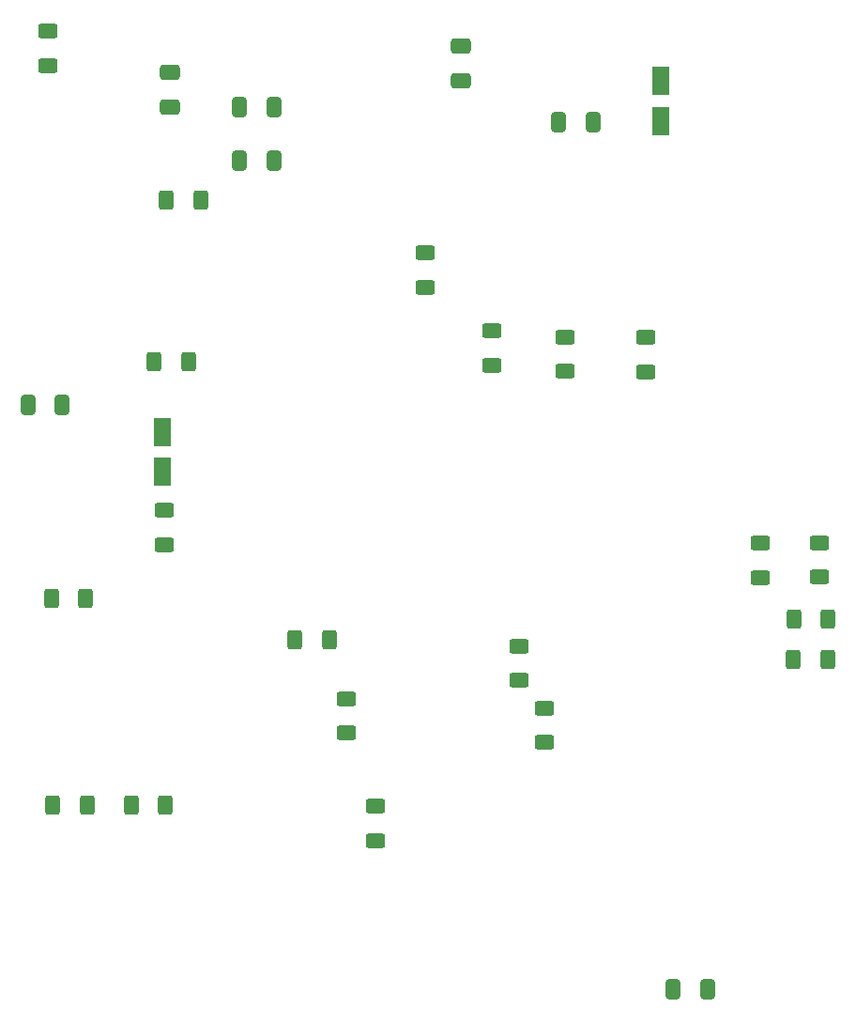
<source format=gbr>
%TF.GenerationSoftware,KiCad,Pcbnew,8.0.8*%
%TF.CreationDate,2025-02-05T15:07:18-06:00*%
%TF.ProjectId,DMXtoMotionPCB_V3,444d5874-6f4d-46f7-9469-6f6e5043425f,rev?*%
%TF.SameCoordinates,Original*%
%TF.FileFunction,Paste,Top*%
%TF.FilePolarity,Positive*%
%FSLAX46Y46*%
G04 Gerber Fmt 4.6, Leading zero omitted, Abs format (unit mm)*
G04 Created by KiCad (PCBNEW 8.0.8) date 2025-02-05 15:07:18*
%MOMM*%
%LPD*%
G01*
G04 APERTURE LIST*
G04 Aperture macros list*
%AMRoundRect*
0 Rectangle with rounded corners*
0 $1 Rounding radius*
0 $2 $3 $4 $5 $6 $7 $8 $9 X,Y pos of 4 corners*
0 Add a 4 corners polygon primitive as box body*
4,1,4,$2,$3,$4,$5,$6,$7,$8,$9,$2,$3,0*
0 Add four circle primitives for the rounded corners*
1,1,$1+$1,$2,$3*
1,1,$1+$1,$4,$5*
1,1,$1+$1,$6,$7*
1,1,$1+$1,$8,$9*
0 Add four rect primitives between the rounded corners*
20,1,$1+$1,$2,$3,$4,$5,0*
20,1,$1+$1,$4,$5,$6,$7,0*
20,1,$1+$1,$6,$7,$8,$9,0*
20,1,$1+$1,$8,$9,$2,$3,0*%
G04 Aperture macros list end*
%ADD10RoundRect,0.250000X-0.400000X-0.625000X0.400000X-0.625000X0.400000X0.625000X-0.400000X0.625000X0*%
%ADD11RoundRect,0.250000X0.550000X-1.050000X0.550000X1.050000X-0.550000X1.050000X-0.550000X-1.050000X0*%
%ADD12RoundRect,0.250000X-0.625000X0.400000X-0.625000X-0.400000X0.625000X-0.400000X0.625000X0.400000X0*%
%ADD13RoundRect,0.250000X0.650000X-0.412500X0.650000X0.412500X-0.650000X0.412500X-0.650000X-0.412500X0*%
%ADD14RoundRect,0.250000X-0.412500X-0.650000X0.412500X-0.650000X0.412500X0.650000X-0.412500X0.650000X0*%
%ADD15RoundRect,0.250000X-0.550042X1.049978X-0.549958X-1.050022X0.550042X-1.049978X0.549958X1.050022X0*%
%ADD16RoundRect,0.250000X0.625000X-0.400000X0.625000X0.400000X-0.625000X0.400000X-0.625000X-0.400000X0*%
%ADD17RoundRect,0.250000X0.625007X-0.399989X0.624993X0.400011X-0.625007X0.399989X-0.624993X-0.400011X0*%
%ADD18RoundRect,0.250000X0.412500X0.650000X-0.412500X0.650000X-0.412500X-0.650000X0.412500X-0.650000X0*%
%ADD19RoundRect,0.250000X0.400000X0.625000X-0.400000X0.625000X-0.400000X-0.625000X0.400000X-0.625000X0*%
%ADD20RoundRect,0.250000X-0.650000X0.412500X-0.650000X-0.412500X0.650000X-0.412500X0.650000X0.412500X0*%
%ADD21RoundRect,0.250000X-0.625010X0.399984X-0.624990X-0.400016X0.625010X-0.399984X0.624990X0.400016X0*%
%ADD22RoundRect,0.250000X-0.625003X0.399995X-0.624997X-0.400005X0.625003X-0.399995X0.624997X0.400005X0*%
%ADD23RoundRect,0.250000X0.412486X0.650009X-0.412514X0.649991X-0.412486X-0.650009X0.412514X-0.649991X0*%
G04 APERTURE END LIST*
D10*
%TO.C,R13*%
X134251100Y-117703600D03*
X137351100Y-117703600D03*
%TD*%
D11*
%TO.C,C5*%
X122310000Y-102540000D03*
X122310000Y-98940000D03*
%TD*%
D10*
%TO.C,R5*%
X112400000Y-132540000D03*
X115500000Y-132540000D03*
%TD*%
D12*
%TO.C,R3*%
X141516100Y-132663600D03*
X141516100Y-135763600D03*
%TD*%
D13*
%TO.C,C1*%
X122930000Y-69682500D03*
X122930000Y-66557500D03*
%TD*%
D14*
%TO.C,C7*%
X168337500Y-149200000D03*
X171462500Y-149200000D03*
%TD*%
D15*
%TO.C,C4*%
X167233515Y-67326133D03*
X167233661Y-70926133D03*
%TD*%
D16*
%TO.C,R19*%
X158630000Y-93490000D03*
X158630000Y-90390000D03*
%TD*%
D12*
%TO.C,R14*%
X176190000Y-108970000D03*
X176190000Y-112070000D03*
%TD*%
D10*
%TO.C,R4*%
X112270000Y-113910000D03*
X115370000Y-113910000D03*
%TD*%
D17*
%TO.C,R8*%
X122450028Y-109090000D03*
X122449972Y-105990000D03*
%TD*%
D10*
%TO.C,R7*%
X121551100Y-92621100D03*
X124651100Y-92621100D03*
%TD*%
D16*
%TO.C,R20*%
X145990000Y-85900000D03*
X145990000Y-82800000D03*
%TD*%
D12*
%TO.C,R10*%
X154490000Y-118240000D03*
X154490000Y-121340000D03*
%TD*%
D18*
%TO.C,C8*%
X113272500Y-96520000D03*
X110147500Y-96520000D03*
%TD*%
D19*
%TO.C,R15*%
X182360000Y-115770000D03*
X179260000Y-115770000D03*
%TD*%
D20*
%TO.C,C9*%
X149250000Y-64187500D03*
X149250000Y-67312500D03*
%TD*%
D12*
%TO.C,R17*%
X181600000Y-108910000D03*
X181600000Y-112010000D03*
%TD*%
D14*
%TO.C,C3*%
X129237500Y-74460000D03*
X132362500Y-74460000D03*
%TD*%
D10*
%TO.C,R6*%
X119480000Y-132540000D03*
X122580000Y-132540000D03*
%TD*%
D12*
%TO.C,R9*%
X156780000Y-123830000D03*
X156780000Y-126930000D03*
%TD*%
D21*
%TO.C,R1*%
X111988560Y-62813600D03*
D22*
X111988640Y-65913600D03*
%TD*%
D19*
%TO.C,R16*%
X182330000Y-119460000D03*
X179230000Y-119460000D03*
%TD*%
D10*
%TO.C,R12*%
X122670000Y-78010000D03*
X125770000Y-78010000D03*
%TD*%
D14*
%TO.C,C2*%
X129227500Y-69680000D03*
X132352500Y-69680000D03*
%TD*%
D12*
%TO.C,R18*%
X165930000Y-90450000D03*
X165930000Y-93550000D03*
%TD*%
D16*
%TO.C,R2*%
X138860000Y-126090000D03*
X138860000Y-122990000D03*
%TD*%
D12*
%TO.C,R21*%
X152030000Y-89840000D03*
X152030000Y-92940000D03*
%TD*%
D23*
%TO.C,C6*%
X161176100Y-71031066D03*
X158051100Y-71031134D03*
%TD*%
M02*

</source>
